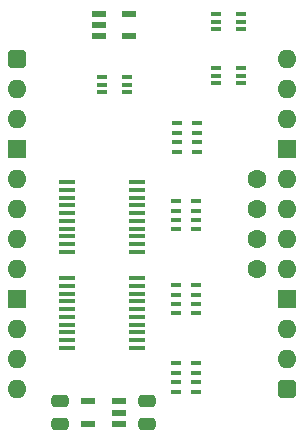
<source format=gts>
%TF.GenerationSoftware,KiCad,Pcbnew,9.0.7*%
%TF.CreationDate,2026-01-31T13:31:12+02:00*%
%TF.ProjectId,HCP65 Board Presence,48435036-3520-4426-9f61-726420507265,V0*%
%TF.SameCoordinates,Original*%
%TF.FileFunction,Soldermask,Top*%
%TF.FilePolarity,Negative*%
%FSLAX46Y46*%
G04 Gerber Fmt 4.6, Leading zero omitted, Abs format (unit mm)*
G04 Created by KiCad (PCBNEW 9.0.7) date 2026-01-31 13:31:12*
%MOMM*%
%LPD*%
G01*
G04 APERTURE LIST*
G04 Aperture macros list*
%AMRoundRect*
0 Rectangle with rounded corners*
0 $1 Rounding radius*
0 $2 $3 $4 $5 $6 $7 $8 $9 X,Y pos of 4 corners*
0 Add a 4 corners polygon primitive as box body*
4,1,4,$2,$3,$4,$5,$6,$7,$8,$9,$2,$3,0*
0 Add four circle primitives for the rounded corners*
1,1,$1+$1,$2,$3*
1,1,$1+$1,$4,$5*
1,1,$1+$1,$6,$7*
1,1,$1+$1,$8,$9*
0 Add four rect primitives between the rounded corners*
20,1,$1+$1,$2,$3,$4,$5,0*
20,1,$1+$1,$4,$5,$6,$7,0*
20,1,$1+$1,$6,$7,$8,$9,0*
20,1,$1+$1,$8,$9,$2,$3,0*%
G04 Aperture macros list end*
%ADD10R,0.900000X0.450000*%
%ADD11R,1.475000X0.450000*%
%ADD12R,0.875000X0.450000*%
%ADD13C,1.600000*%
%ADD14R,1.250000X0.600000*%
%ADD15RoundRect,0.250000X0.475000X-0.250000X0.475000X0.250000X-0.475000X0.250000X-0.475000X-0.250000X0*%
%ADD16RoundRect,0.400000X-0.400000X-0.400000X0.400000X-0.400000X0.400000X0.400000X-0.400000X0.400000X0*%
%ADD17O,1.600000X1.600000*%
%ADD18R,1.600000X1.600000*%
%ADD19R,1.150000X0.600000*%
G04 APERTURE END LIST*
D10*
%TO.C,RN4*%
X15162000Y-25743000D03*
X15162000Y-26543000D03*
X15162000Y-27343000D03*
X15162000Y-28143000D03*
X13462000Y-28143000D03*
X13462000Y-27343000D03*
X13462000Y-26543000D03*
X13462000Y-25743000D03*
%TD*%
%TO.C,RN1*%
X15289000Y-5423000D03*
X15289000Y-6223000D03*
X15289000Y-7023000D03*
X15289000Y-7823000D03*
X13589000Y-7823000D03*
X13589000Y-7023000D03*
X13589000Y-6223000D03*
X13589000Y-5423000D03*
%TD*%
D11*
%TO.C,IC2*%
X4291000Y-16279000D03*
X4291000Y-15629000D03*
X4291000Y-14979000D03*
X4291000Y-14329000D03*
X4291000Y-13679000D03*
X4291000Y-13029000D03*
X4291000Y-12379000D03*
X4291000Y-11729000D03*
X4291000Y-11079000D03*
X4291000Y-10429000D03*
X10167000Y-10429000D03*
X10167000Y-11079000D03*
X10167000Y-11729000D03*
X10167000Y-12379000D03*
X10167000Y-13029000D03*
X10167000Y-13679000D03*
X10167000Y-14329000D03*
X10167000Y-14979000D03*
X10167000Y-15629000D03*
X10167000Y-16279000D03*
%TD*%
D10*
%TO.C,RN2*%
X15162000Y-12008000D03*
X15162000Y-12808000D03*
X15162000Y-13608000D03*
X15162000Y-14408000D03*
X13462000Y-14408000D03*
X13462000Y-13608000D03*
X13462000Y-12808000D03*
X13462000Y-12008000D03*
%TD*%
D11*
%TO.C,IC4*%
X4291000Y-24407000D03*
X4291000Y-23757000D03*
X4291000Y-23107000D03*
X4291000Y-22457000D03*
X4291000Y-21807000D03*
X4291000Y-21157000D03*
X4291000Y-20507000D03*
X4291000Y-19857000D03*
X4291000Y-19207000D03*
X4291000Y-18557000D03*
X10167000Y-18557000D03*
X10167000Y-19207000D03*
X10167000Y-19857000D03*
X10167000Y-20507000D03*
X10167000Y-21157000D03*
X10167000Y-21807000D03*
X10167000Y-22457000D03*
X10167000Y-23107000D03*
X10167000Y-23757000D03*
X10167000Y-24407000D03*
%TD*%
D10*
%TO.C,RN3*%
X15162000Y-19120000D03*
X15162000Y-19920000D03*
X15162000Y-20720000D03*
X15162000Y-21520000D03*
X13462000Y-21520000D03*
X13462000Y-20720000D03*
X13462000Y-19920000D03*
X13462000Y-19120000D03*
%TD*%
D12*
%TO.C,IC8*%
X16845000Y3825000D03*
X16845000Y3175000D03*
X16845000Y2525000D03*
X18969000Y2525000D03*
X18969000Y3175000D03*
X18969000Y3825000D03*
%TD*%
%TO.C,IC7*%
X16845000Y-747000D03*
X16845000Y-1397000D03*
X16845000Y-2047000D03*
X18969000Y-2047000D03*
X18969000Y-1397000D03*
X18969000Y-747000D03*
%TD*%
%TO.C,IC1*%
X7193000Y-1509000D03*
X7193000Y-2159000D03*
X7193000Y-2809000D03*
X9317000Y-2809000D03*
X9317000Y-2159000D03*
X9317000Y-1509000D03*
%TD*%
D13*
%TO.C,J3*%
X20320000Y-17780000D03*
X20320000Y-15240000D03*
X20320000Y-12700000D03*
X20320000Y-10160000D03*
%TD*%
D14*
%TO.C,IC6*%
X7005000Y3871000D03*
X7005000Y2921000D03*
X7005000Y1971000D03*
X9505000Y1971000D03*
X9505000Y3871000D03*
%TD*%
D15*
%TO.C,C5*%
X3653000Y-30845000D03*
X3653000Y-28945000D03*
%TD*%
%TO.C,C4*%
X11019000Y-30845000D03*
X11019000Y-28945000D03*
%TD*%
D16*
%TO.C,J1*%
X0Y0D03*
D17*
X0Y-2540000D03*
X0Y-5080000D03*
D18*
X0Y-7620000D03*
D17*
X0Y-10160000D03*
X0Y-12700000D03*
X0Y-15240000D03*
X0Y-17780000D03*
D18*
X0Y-20320000D03*
D17*
X0Y-22860000D03*
X0Y-25400000D03*
X0Y-27940000D03*
D16*
X22860000Y-27940000D03*
D17*
X22860000Y-25400000D03*
X22860000Y-22860000D03*
D18*
X22860000Y-20320000D03*
D17*
X22860000Y-17780000D03*
X22860000Y-15240000D03*
X22860000Y-12700000D03*
X22860000Y-10160000D03*
D18*
X22860000Y-7620000D03*
D17*
X22860000Y-5080000D03*
X22860000Y-2540000D03*
X22860000Y0D03*
%TD*%
D19*
%TO.C,IC5*%
X8636000Y-30861000D03*
X8636000Y-29911000D03*
X8636000Y-28961000D03*
X6036000Y-28961000D03*
X6036000Y-30861000D03*
%TD*%
M02*

</source>
